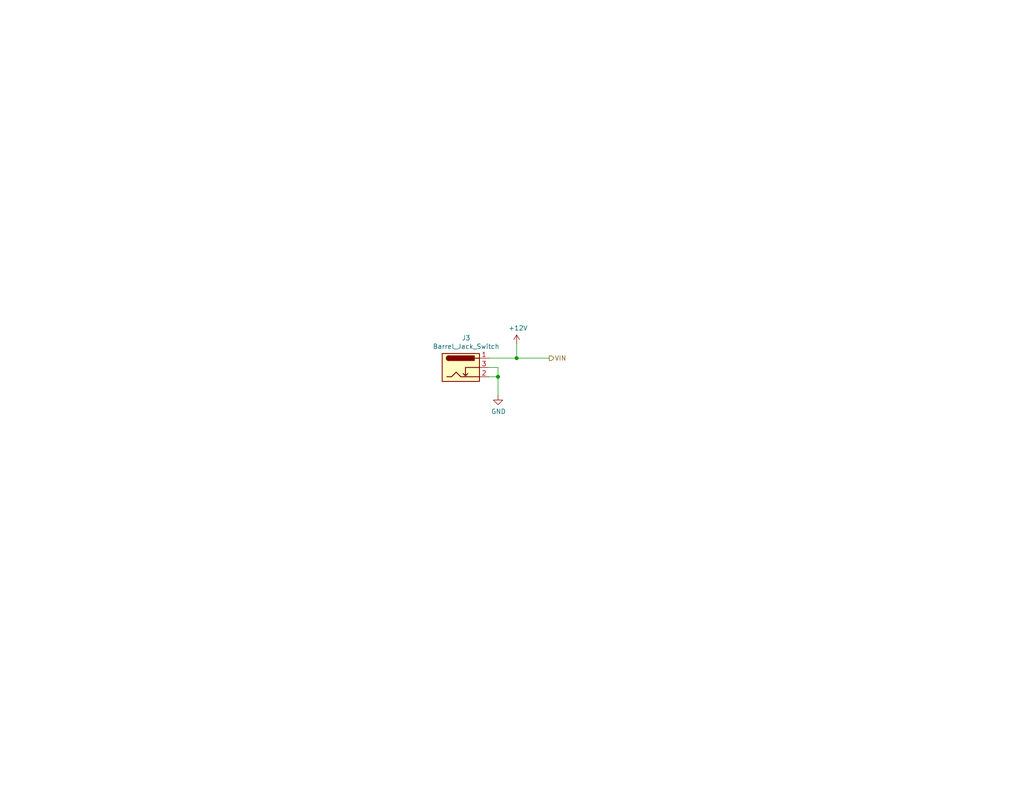
<source format=kicad_sch>
(kicad_sch (version 20211123) (generator eeschema)
  (paper "USLetter")
  (title_block (date "2021-05-26"))
  (lib_symbols
    (symbol "Connector:Barrel_Jack_Switch" (pin_names hide)
      (property "Reference" "J" (at 0 5.334 0))
      (property "Value" "Barrel_Jack_Switch" (at 0 -5.08 0))
      (symbol "Barrel_Jack_Switch_0_1"
        (rectangle (start -5.08 3.81) (end 5.08 -3.81) (stroke (width 0.254)) (fill (type background)))
        (arc (start -3.302 3.175) (mid -3.937 2.54) (end -3.302 1.905) (stroke (width 0.254)))
        (arc (start -3.302 3.175) (mid -3.937 2.54) (end -3.302 1.905) (stroke (width 0.254)) (fill (type outline)))
        (polyline (pts (xy 1.27 -2.286) (xy 1.905 -1.651)) (stroke (width 0.254)))
        (polyline (pts (xy 5.08 2.54) (xy 3.81 2.54)) (stroke (width 0.254)))
        (polyline (pts (xy 5.08 0) (xy 1.27 0) (xy 1.27 -2.286) (xy 0.635 -1.651)) (stroke (width 0.254)))
        (polyline (pts (xy -3.81 -2.54) (xy -2.54 -2.54) (xy -1.27 -1.27) (xy 0 -2.54) (xy 2.54 -2.54) (xy 5.08 -2.54)) (stroke (width 0.254)))
        (rectangle (start 3.683 3.175) (end -3.302 1.905) (stroke (width 0.254)) (fill (type outline)))
      )
      (symbol "Barrel_Jack_Switch_1_1"
        (pin passive line (at 7.62 2.54 180) (length 2.54) (name "~") (number "1"))
        (pin passive line (at 7.62 -2.54 180) (length 2.54) (name "~") (number "2"))
        (pin passive line (at 7.62 0 180) (length 2.54) (name "~") (number "3"))
      )
    )
    (symbol "power:+12V" (power) (pin_names (offset 0))
      (property "Value" "+12V" (at 0 3.556 0))
      (symbol "+12V_0_1"
        (polyline (pts (xy -0.762 1.27) (xy 0 2.54)))
        (polyline (pts (xy 0 0) (xy 0 2.54)))
        (polyline (pts (xy 0 2.54) (xy 0.762 1.27)))
      )
      (symbol "+12V_1_1"
        (pin power_in line (at 0 0 90) (length 0) hide (name "+12V") (number "1"))
      )
    )
    (symbol "power:GND" (power) (pin_names (offset 0))
      (property "Value" "GND" (at 0 -3.81 0))
      (symbol "GND_0_1"
        (polyline (pts (xy 0 0) (xy 0 -1.27) (xy 1.27 -1.27) (xy 0 -2.54) (xy -1.27 -1.27) (xy 0 -1.27)))
      )
      (symbol "GND_1_1"
        (pin power_in line (at 0 0 270) (length 0) hide (name "GND") (number "1"))
      )
    )
  )
  (junction (at 135.89 102.87))
  (junction (at 140.97 97.79))
  (wire (pts (xy 133.35 97.79) (xy 140.97 97.79)))
  (wire (pts (xy 135.89 100.33) (xy 135.89 102.87)))
  (wire (pts (xy 140.97 93.98) (xy 140.97 97.79)))
  (wire (pts (xy 133.35 100.33) (xy 135.89 100.33)))
  (wire (pts (xy 133.35 102.87) (xy 135.89 102.87)))
  (wire (pts (xy 135.89 102.87) (xy 135.89 107.95)))
  (wire (pts (xy 140.97 97.79) (xy 149.86 97.79)))
  (hierarchical_label "VIN" (shape output) (at 149.86 97.79 0))
  (symbol (lib_id "Connector:Barrel_Jack_Switch") (at 125.73 100.33 0) (unit 1)
    (property "Reference" "J3" (at 127.1778 92.2782 0))
    (property "Value" "Barrel_Jack_Switch" (at 127.1778 94.5896 0))
    (property "Footprint" "Connector_BarrelJack:BarrelJack_Horizontal" (effects hide))
  )
  (symbol (lib_id "power:GND") (at 135.89 107.95 0) (unit 1)
    (property "Reference" "#PWR0113" (effects hide))
    (property "Value" "GND" (at 136.017 112.3442 0))
  )
  (symbol (lib_id "power:+12V") (at 140.97 93.98 0) (unit 1)
    (property "Reference" "#PWR0114" (effects hide))
    (property "Value" "+12V" (at 141.351 89.5858 0))
  )
)
</source>
